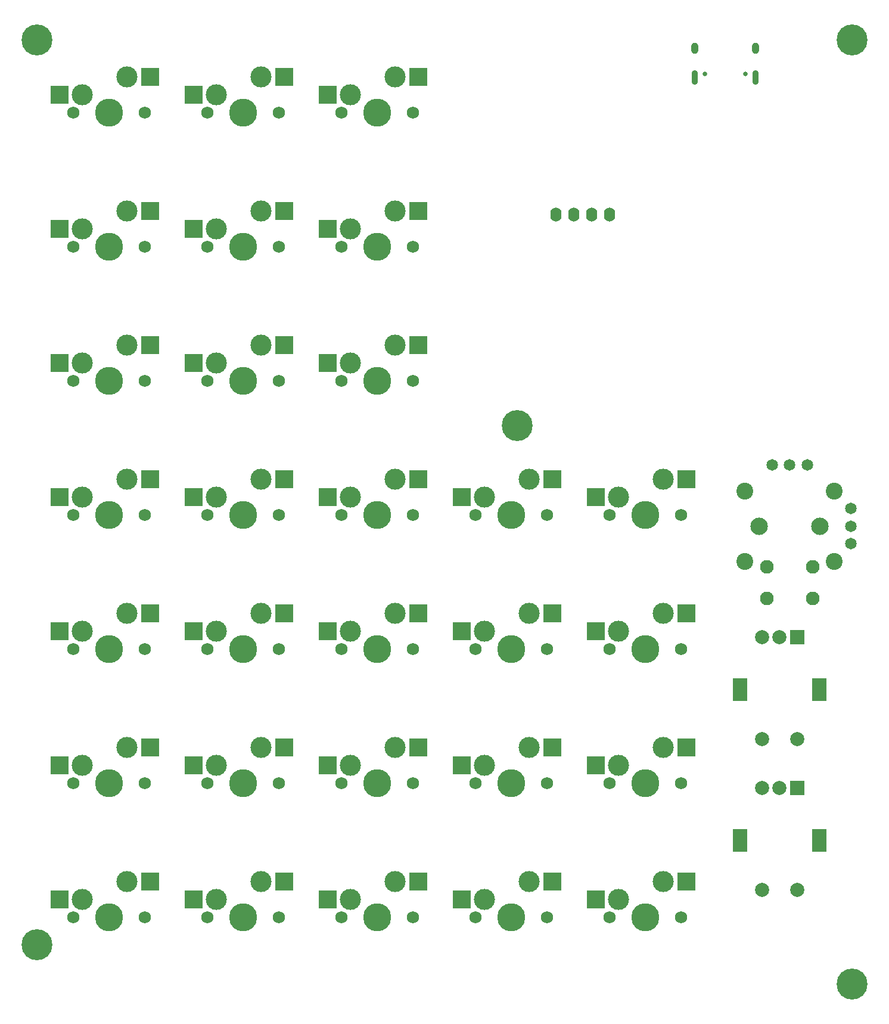
<source format=gbr>
%TF.GenerationSoftware,KiCad,Pcbnew,(6.0.5)*%
%TF.CreationDate,2022-05-18T14:43:54-07:00*%
%TF.ProjectId,3HMouse,33484d6f-7573-4652-9e6b-696361645f70,rev?*%
%TF.SameCoordinates,Original*%
%TF.FileFunction,Soldermask,Bot*%
%TF.FilePolarity,Negative*%
%FSLAX46Y46*%
G04 Gerber Fmt 4.6, Leading zero omitted, Abs format (unit mm)*
G04 Created by KiCad (PCBNEW (6.0.5)) date 2022-05-18 14:43:54*
%MOMM*%
%LPD*%
G01*
G04 APERTURE LIST*
%ADD10C,4.400000*%
%ADD11C,1.750000*%
%ADD12C,3.000000*%
%ADD13C,3.987800*%
%ADD14R,2.550000X2.500000*%
%ADD15R,2.000000X2.000000*%
%ADD16C,2.000000*%
%ADD17R,2.000000X3.200000*%
%ADD18O,1.600000X2.000000*%
%ADD19C,1.950000*%
%ADD20C,1.650000*%
%ADD21C,2.400000*%
%ADD22C,2.475000*%
%ADD23C,0.650000*%
%ADD24O,1.000000X1.600000*%
%ADD25O,0.900000X2.100000*%
G04 APERTURE END LIST*
D10*
%TO.C,H5*%
X91281250Y-77787500D03*
%TD*%
D11*
%TO.C,SW0_1*%
X57467500Y-33337500D03*
X47307500Y-33337500D03*
D12*
X54927500Y-28257500D03*
D13*
X52387500Y-33337500D03*
D12*
X48577500Y-30797500D03*
D14*
X45302500Y-30797500D03*
X58229500Y-28257500D03*
%TD*%
D13*
%TO.C,SW1_1*%
X52387500Y-52387500D03*
D12*
X48577500Y-49847500D03*
D11*
X57467500Y-52387500D03*
X47307500Y-52387500D03*
D12*
X54927500Y-47307500D03*
D14*
X45302500Y-49847500D03*
X58229500Y-47307500D03*
%TD*%
D12*
%TO.C,SW2_2*%
X67627500Y-68897500D03*
D11*
X76517500Y-71437500D03*
D13*
X71437500Y-71437500D03*
D11*
X66357500Y-71437500D03*
D12*
X73977500Y-66357500D03*
D14*
X64352500Y-68897500D03*
X77279500Y-66357500D03*
%TD*%
D12*
%TO.C,SW3_3*%
X86677500Y-87947500D03*
D11*
X85407500Y-90487500D03*
D13*
X90487500Y-90487500D03*
D12*
X93027500Y-85407500D03*
D11*
X95567500Y-90487500D03*
D14*
X83402500Y-87947500D03*
X96329500Y-85407500D03*
%TD*%
D10*
%TO.C,H2*%
X138906250Y-23018750D03*
%TD*%
D11*
%TO.C,SW4_1*%
X47307500Y-109537500D03*
D13*
X52387500Y-109537500D03*
D12*
X48577500Y-106997500D03*
D11*
X57467500Y-109537500D03*
D12*
X54927500Y-104457500D03*
D14*
X45302500Y-106997500D03*
X58229500Y-104457500D03*
%TD*%
D11*
%TO.C,SW2_0*%
X28257500Y-71437500D03*
D12*
X35877500Y-66357500D03*
X29527500Y-68897500D03*
D13*
X33337500Y-71437500D03*
D11*
X38417500Y-71437500D03*
D14*
X26252500Y-68897500D03*
X39179500Y-66357500D03*
%TD*%
D10*
%TO.C,H3*%
X23018750Y-151606250D03*
%TD*%
D11*
%TO.C,SW6_1*%
X47307500Y-147637500D03*
D12*
X48577500Y-145097500D03*
D11*
X57467500Y-147637500D03*
D12*
X54927500Y-142557500D03*
D13*
X52387500Y-147637500D03*
D14*
X45302500Y-145097500D03*
X58229500Y-142557500D03*
%TD*%
D11*
%TO.C,SW1_2*%
X66357500Y-52387500D03*
D13*
X71437500Y-52387500D03*
D12*
X73977500Y-47307500D03*
X67627500Y-49847500D03*
D11*
X76517500Y-52387500D03*
D14*
X64352500Y-49847500D03*
X77279500Y-47307500D03*
%TD*%
D15*
%TO.C,RE2*%
X131087500Y-107843750D03*
D16*
X126087500Y-107843750D03*
X128587500Y-107843750D03*
D17*
X122987500Y-115343750D03*
X134187500Y-115343750D03*
D16*
X126087500Y-122343750D03*
X131087500Y-122343750D03*
%TD*%
D11*
%TO.C,SW0_0*%
X28257500Y-33337500D03*
X38417500Y-33337500D03*
D12*
X35877500Y-28257500D03*
X29527500Y-30797500D03*
D13*
X33337500Y-33337500D03*
D14*
X26252500Y-30797500D03*
X39179500Y-28257500D03*
%TD*%
D11*
%TO.C,SW6_4*%
X104457500Y-147637500D03*
D13*
X109537500Y-147637500D03*
D12*
X112077500Y-142557500D03*
D11*
X114617500Y-147637500D03*
D12*
X105727500Y-145097500D03*
D14*
X102452500Y-145097500D03*
X115379500Y-142557500D03*
%TD*%
D15*
%TO.C,RE1*%
X131087500Y-129275000D03*
D16*
X126087500Y-129275000D03*
X128587500Y-129275000D03*
D17*
X134187500Y-136775000D03*
X122987500Y-136775000D03*
D16*
X126087500Y-143775000D03*
X131087500Y-143775000D03*
%TD*%
D13*
%TO.C,SW5_0*%
X33337500Y-128587500D03*
D12*
X35877500Y-123507500D03*
D11*
X38417500Y-128587500D03*
X28257500Y-128587500D03*
D12*
X29527500Y-126047500D03*
D14*
X26252500Y-126047500D03*
X39179500Y-123507500D03*
%TD*%
D18*
%TO.C,Brd1*%
X104458000Y-47811000D03*
X101918000Y-47811000D03*
X99378000Y-47811000D03*
X96838000Y-47811000D03*
%TD*%
D12*
%TO.C,SW4_4*%
X112077500Y-104457500D03*
D11*
X114617500Y-109537500D03*
D12*
X105727500Y-106997500D03*
D13*
X109537500Y-109537500D03*
D11*
X104457500Y-109537500D03*
D14*
X102452500Y-106997500D03*
X115379500Y-104457500D03*
%TD*%
D11*
%TO.C,SW3_1*%
X47307500Y-90487500D03*
D12*
X48577500Y-87947500D03*
X54927500Y-85407500D03*
D13*
X52387500Y-90487500D03*
D11*
X57467500Y-90487500D03*
D14*
X45302500Y-87947500D03*
X58229500Y-85407500D03*
%TD*%
D11*
%TO.C,SW1_0*%
X38417500Y-52387500D03*
D12*
X29527500Y-49847500D03*
D11*
X28257500Y-52387500D03*
D12*
X35877500Y-47307500D03*
D13*
X33337500Y-52387500D03*
D14*
X26252500Y-49847500D03*
X39179500Y-47307500D03*
%TD*%
D10*
%TO.C,H1*%
X23018750Y-23018750D03*
%TD*%
%TO.C,H4*%
X138906250Y-157162500D03*
%TD*%
D12*
%TO.C,SW3_2*%
X67627500Y-87947500D03*
D11*
X76517500Y-90487500D03*
D13*
X71437500Y-90487500D03*
D12*
X73977500Y-85407500D03*
D11*
X66357500Y-90487500D03*
D14*
X64352500Y-87947500D03*
X77279500Y-85407500D03*
%TD*%
D12*
%TO.C,SW6_2*%
X67627500Y-145097500D03*
D13*
X71437500Y-147637500D03*
D11*
X76517500Y-147637500D03*
X66357500Y-147637500D03*
D12*
X73977500Y-142557500D03*
D14*
X64352500Y-145097500D03*
X77279500Y-142557500D03*
%TD*%
D12*
%TO.C,SW5_2*%
X67627500Y-126047500D03*
D11*
X66357500Y-128587500D03*
D13*
X71437500Y-128587500D03*
D11*
X76517500Y-128587500D03*
D12*
X73977500Y-123507500D03*
D14*
X64352500Y-126047500D03*
X77279500Y-123507500D03*
%TD*%
D13*
%TO.C,SW2_1*%
X52387500Y-71437500D03*
D11*
X57467500Y-71437500D03*
D12*
X54927500Y-66357500D03*
D11*
X47307500Y-71437500D03*
D12*
X48577500Y-68897500D03*
D14*
X45302500Y-68897500D03*
X58229500Y-66357500D03*
%TD*%
D19*
%TO.C,S1*%
X126760000Y-97858750D03*
D20*
X138740000Y-94608750D03*
X138740000Y-92108750D03*
X138740000Y-89608750D03*
D19*
X126760000Y-102358750D03*
D20*
X132510000Y-83378750D03*
X130010000Y-83378750D03*
X127510000Y-83378750D03*
D19*
X133260000Y-97858750D03*
X133260000Y-102358750D03*
D21*
X123685000Y-97108750D03*
X123685000Y-87108750D03*
X136335000Y-97108750D03*
X136335000Y-87108750D03*
D22*
X125710000Y-92108750D03*
X134310000Y-92108750D03*
%TD*%
D11*
%TO.C,SW4_2*%
X66357500Y-109537500D03*
X76517500Y-109537500D03*
D12*
X73977500Y-104457500D03*
D13*
X71437500Y-109537500D03*
D12*
X67627500Y-106997500D03*
D14*
X64352500Y-106997500D03*
X77279500Y-104457500D03*
%TD*%
D13*
%TO.C,SW3_0*%
X33337500Y-90487500D03*
D11*
X28257500Y-90487500D03*
D12*
X35877500Y-85407500D03*
X29527500Y-87947500D03*
D11*
X38417500Y-90487500D03*
D14*
X26252500Y-87947500D03*
X39179500Y-85407500D03*
%TD*%
D11*
%TO.C,SW4_3*%
X95567500Y-109537500D03*
D12*
X86677500Y-106997500D03*
D13*
X90487500Y-109537500D03*
D12*
X93027500Y-104457500D03*
D11*
X85407500Y-109537500D03*
D14*
X83402500Y-106997500D03*
X96329500Y-104457500D03*
%TD*%
D13*
%TO.C,SW4_0*%
X33337500Y-109537500D03*
D11*
X38417500Y-109537500D03*
D12*
X29527500Y-106997500D03*
X35877500Y-104457500D03*
D11*
X28257500Y-109537500D03*
D14*
X26252500Y-106997500D03*
X39179500Y-104457500D03*
%TD*%
D11*
%TO.C,SW6_0*%
X38417500Y-147637500D03*
D12*
X29527500Y-145097500D03*
X35877500Y-142557500D03*
D11*
X28257500Y-147637500D03*
D13*
X33337500Y-147637500D03*
D14*
X26252500Y-145097500D03*
X39179500Y-142557500D03*
%TD*%
D11*
%TO.C,SW0_2*%
X76517500Y-33337500D03*
D12*
X73977500Y-28257500D03*
D13*
X71437500Y-33337500D03*
D11*
X66357500Y-33337500D03*
D12*
X67627500Y-30797500D03*
D14*
X64352500Y-30797500D03*
X77279500Y-28257500D03*
%TD*%
D11*
%TO.C,SW6_3*%
X85407500Y-147637500D03*
D12*
X93027500Y-142557500D03*
D11*
X95567500Y-147637500D03*
D13*
X90487500Y-147637500D03*
D12*
X86677500Y-145097500D03*
D14*
X83402500Y-145097500D03*
X96329500Y-142557500D03*
%TD*%
D11*
%TO.C,SW5_1*%
X57467500Y-128587500D03*
D12*
X48577500Y-126047500D03*
X54927500Y-123507500D03*
D11*
X47307500Y-128587500D03*
D13*
X52387500Y-128587500D03*
D14*
X45302500Y-126047500D03*
X58229500Y-123507500D03*
%TD*%
D23*
%TO.C,J1*%
X117942250Y-27876750D03*
X123722250Y-27876750D03*
D24*
X125152250Y-24196750D03*
X116512250Y-24196750D03*
D25*
X116512250Y-28376750D03*
X125152250Y-28376750D03*
%TD*%
D11*
%TO.C,SW3_4*%
X104457500Y-90487500D03*
D12*
X112077500Y-85407500D03*
X105727500Y-87947500D03*
D11*
X114617500Y-90487500D03*
D13*
X109537500Y-90487500D03*
D14*
X102452500Y-87947500D03*
X115379500Y-85407500D03*
%TD*%
D13*
%TO.C,SW5_3*%
X90487500Y-128587500D03*
D12*
X86677500Y-126047500D03*
D11*
X95567500Y-128587500D03*
X85407500Y-128587500D03*
D12*
X93027500Y-123507500D03*
D14*
X83402500Y-126047500D03*
X96329500Y-123507500D03*
%TD*%
D12*
%TO.C,SW5_4*%
X112077500Y-123507500D03*
X105727500Y-126047500D03*
D11*
X104457500Y-128587500D03*
D13*
X109537500Y-128587500D03*
D11*
X114617500Y-128587500D03*
D14*
X102452500Y-126047500D03*
X115379500Y-123507500D03*
%TD*%
M02*

</source>
